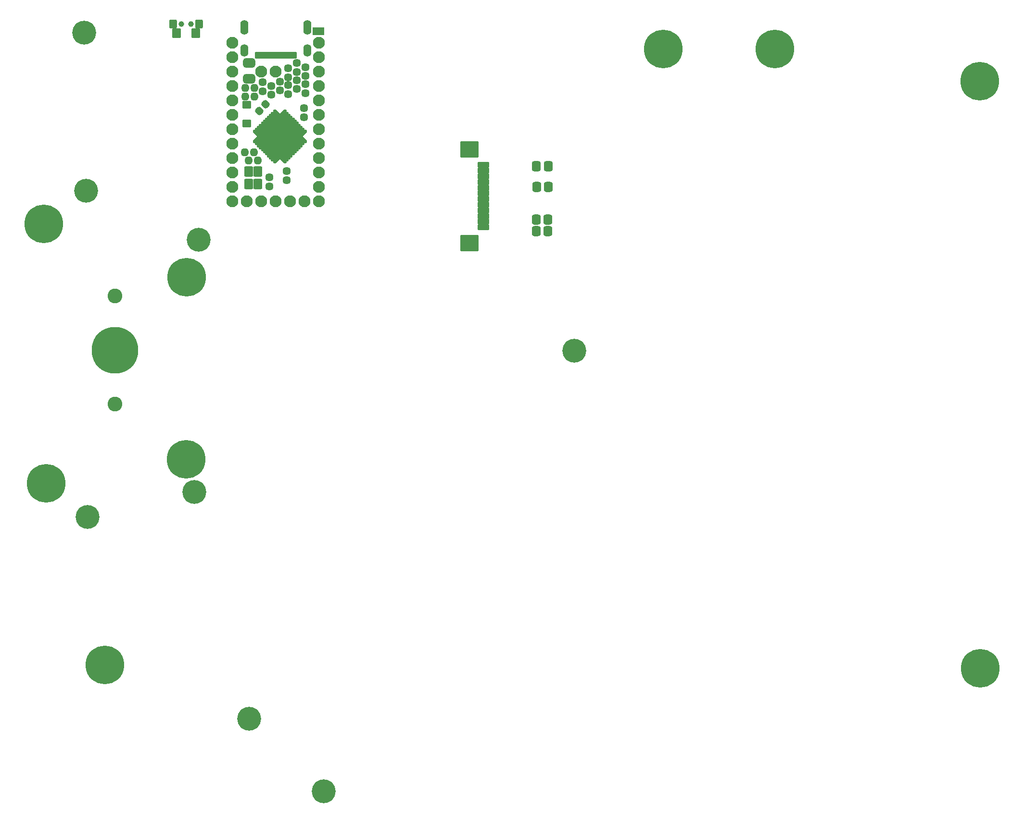
<source format=gts>
G04 #@! TF.GenerationSoftware,KiCad,Pcbnew,(6.0.0)*
G04 #@! TF.CreationDate,2021-12-27T00:15:52+08:00*
G04 #@! TF.ProjectId,Alvaro v2,416c7661-726f-4207-9632-2e6b69636164,rev?*
G04 #@! TF.SameCoordinates,Original*
G04 #@! TF.FileFunction,Soldermask,Top*
G04 #@! TF.FilePolarity,Negative*
%FSLAX46Y46*%
G04 Gerber Fmt 4.6, Leading zero omitted, Abs format (unit mm)*
G04 Created by KiCad (PCBNEW (6.0.0)) date 2021-12-27 00:15:52*
%MOMM*%
%LPD*%
G01*
G04 APERTURE LIST*
G04 Aperture macros list*
%AMRoundRect*
0 Rectangle with rounded corners*
0 $1 Rounding radius*
0 $2 $3 $4 $5 $6 $7 $8 $9 X,Y pos of 4 corners*
0 Add a 4 corners polygon primitive as box body*
4,1,4,$2,$3,$4,$5,$6,$7,$8,$9,$2,$3,0*
0 Add four circle primitives for the rounded corners*
1,1,$1+$1,$2,$3*
1,1,$1+$1,$4,$5*
1,1,$1+$1,$6,$7*
1,1,$1+$1,$8,$9*
0 Add four rect primitives between the rounded corners*
20,1,$1+$1,$2,$3,$4,$5,0*
20,1,$1+$1,$4,$5,$6,$7,0*
20,1,$1+$1,$6,$7,$8,$9,0*
20,1,$1+$1,$8,$9,$2,$3,0*%
%AMHorizOval*
0 Thick line with rounded ends*
0 $1 width*
0 $2 $3 position (X,Y) of the first rounded end (center of the circle)*
0 $4 $5 position (X,Y) of the second rounded end (center of the circle)*
0 Add line between two ends*
20,1,$1,$2,$3,$4,$5,0*
0 Add two circle primitives to create the rounded ends*
1,1,$1,$2,$3*
1,1,$1,$4,$5*%
G04 Aperture macros list end*
%ADD10RoundRect,0.200000X-0.300000X-0.400000X0.300000X-0.400000X0.300000X0.400000X-0.300000X0.400000X0*%
%ADD11RoundRect,0.200000X-0.150000X-0.400000X0.150000X-0.400000X0.150000X0.400000X-0.150000X0.400000X0*%
%ADD12O,1.400000X2.200000*%
%ADD13O,1.400000X2.600000*%
%ADD14C,1.200000*%
%ADD15C,6.800000*%
%ADD16RoundRect,0.418750X-0.218750X-0.256250X0.218750X-0.256250X0.218750X0.256250X-0.218750X0.256250X0*%
%ADD17RoundRect,0.418750X0.256250X-0.218750X0.256250X0.218750X-0.256250X0.218750X-0.256250X-0.218750X0*%
%ADD18RoundRect,0.200000X0.600000X-0.700000X0.600000X0.700000X-0.600000X0.700000X-0.600000X-0.700000X0*%
%ADD19RoundRect,0.200000X0.600000X-0.450000X0.600000X0.450000X-0.600000X0.450000X-0.600000X-0.450000X0*%
%ADD20RoundRect,0.418750X-0.256250X0.218750X-0.256250X-0.218750X0.256250X-0.218750X0.256250X0.218750X0*%
%ADD21C,2.100000*%
%ADD22HorizOval,0.700000X0.282843X-0.282843X-0.282843X0.282843X0*%
%ADD23HorizOval,0.700000X0.282843X0.282843X-0.282843X-0.282843X0*%
%ADD24RoundRect,0.200000X-3.676955X0.000000X0.000000X-3.676955X3.676955X0.000000X0.000000X3.676955X0*%
%ADD25RoundRect,0.418750X0.218750X0.256250X-0.218750X0.256250X-0.218750X-0.256250X0.218750X-0.256250X0*%
%ADD26RoundRect,0.450000X0.625000X-0.375000X0.625000X0.375000X-0.625000X0.375000X-0.625000X-0.375000X0*%
%ADD27RoundRect,0.418750X0.026517X-0.335876X0.335876X-0.026517X-0.026517X0.335876X-0.335876X0.026517X0*%
%ADD28RoundRect,0.200000X-0.350000X-0.500000X0.350000X-0.500000X0.350000X0.500000X-0.350000X0.500000X0*%
%ADD29RoundRect,0.450000X0.337500X0.475000X-0.337500X0.475000X-0.337500X-0.475000X0.337500X-0.475000X0*%
%ADD30RoundRect,0.450000X-0.350000X-0.450000X0.350000X-0.450000X0.350000X0.450000X-0.350000X0.450000X0*%
%ADD31C,4.200000*%
%ADD32RoundRect,0.450000X0.350000X0.450000X-0.350000X0.450000X-0.350000X-0.450000X0.350000X-0.450000X0*%
%ADD33RoundRect,0.200000X-0.450000X-0.600000X0.450000X-0.600000X0.450000X0.600000X-0.450000X0.600000X0*%
%ADD34C,1.000000*%
%ADD35RoundRect,0.200000X-0.575000X-0.650000X0.575000X-0.650000X0.575000X0.650000X-0.575000X0.650000X0*%
%ADD36RoundRect,0.200000X-0.850000X0.300000X-0.850000X-0.300000X0.850000X-0.300000X0.850000X0.300000X0*%
%ADD37RoundRect,0.200000X-1.400000X1.250000X-1.400000X-1.250000X1.400000X-1.250000X1.400000X1.250000X0*%
%ADD38C,2.600000*%
%ADD39C,8.200000*%
G04 APERTURE END LIST*
D10*
X71092000Y-20920000D03*
X77492000Y-20920000D03*
X71892000Y-20920000D03*
X76692000Y-20920000D03*
D11*
X75542000Y-20920000D03*
X74542000Y-20920000D03*
X74042000Y-20920000D03*
X73042000Y-20920000D03*
X72542000Y-20920000D03*
X73542000Y-20920000D03*
X75042000Y-20920000D03*
X76042000Y-20920000D03*
D12*
X79867000Y-20020000D03*
D13*
X68717000Y-16020000D03*
X79867000Y-16020000D03*
D12*
X68717000Y-20020000D03*
D14*
X31731394Y-48923159D03*
X31731394Y-52317271D03*
X31028450Y-50620215D03*
X35828450Y-50620215D03*
X33428450Y-53020215D03*
D15*
X33428450Y-50620215D03*
D14*
X33428450Y-48220215D03*
X35125506Y-52317271D03*
X35125506Y-48923159D03*
D16*
X69504500Y-39470000D03*
X71079500Y-39470000D03*
D17*
X73142000Y-44007500D03*
X73142000Y-42432500D03*
D18*
X71142000Y-43569000D03*
X71142000Y-41369000D03*
X69542000Y-41369000D03*
X69542000Y-43569000D03*
D17*
X71992000Y-27207500D03*
X71992000Y-25632500D03*
X77992000Y-26857500D03*
X77992000Y-25282500D03*
D19*
X69192000Y-32920000D03*
X69192000Y-29620000D03*
D20*
X79492000Y-22982500D03*
X79492000Y-24557500D03*
D21*
X79372000Y-46660000D03*
X76832000Y-46660000D03*
X74292000Y-46660000D03*
X71752000Y-46660000D03*
X69212000Y-46660000D03*
X66672000Y-46660000D03*
X66672000Y-44120000D03*
X66672000Y-41580000D03*
X66672000Y-39040000D03*
X66672000Y-36500000D03*
X66672000Y-33960000D03*
X66672000Y-31420000D03*
X66672000Y-28880000D03*
X66672000Y-26340000D03*
X66672000Y-23800000D03*
X66672000Y-21260000D03*
X66672000Y-18720000D03*
X81912000Y-18720000D03*
X81912000Y-21260000D03*
X81912000Y-23800000D03*
X81912000Y-26340000D03*
X81912000Y-28880000D03*
X81912000Y-31420000D03*
X81912000Y-33960000D03*
X81912000Y-36500000D03*
X81912000Y-39040000D03*
X81912000Y-41580000D03*
X81912000Y-44120000D03*
X81912000Y-46660000D03*
D17*
X76492000Y-24757500D03*
X76492000Y-23182500D03*
D22*
X74390959Y-31083425D03*
X74037406Y-31436979D03*
X73683852Y-31790532D03*
X73330299Y-32144086D03*
X72976746Y-32497639D03*
X72623192Y-32851192D03*
X72269639Y-33204746D03*
X71916086Y-33558299D03*
X71562532Y-33911852D03*
X71208979Y-34265406D03*
X70855425Y-34618959D03*
D23*
X70855425Y-35821041D03*
X71208979Y-36174594D03*
X71562532Y-36528148D03*
X71916086Y-36881701D03*
X72269639Y-37235254D03*
X72623192Y-37588808D03*
X72976746Y-37942361D03*
X73330299Y-38295914D03*
X73683852Y-38649468D03*
X74037406Y-39003021D03*
X74390959Y-39356575D03*
D22*
X75593041Y-39356575D03*
X75946594Y-39003021D03*
X76300148Y-38649468D03*
X76653701Y-38295914D03*
X77007254Y-37942361D03*
X77360808Y-37588808D03*
X77714361Y-37235254D03*
X78067914Y-36881701D03*
X78421468Y-36528148D03*
X78775021Y-36174594D03*
X79128575Y-35821041D03*
D23*
X79128575Y-34618959D03*
X78775021Y-34265406D03*
X78421468Y-33911852D03*
X78067914Y-33558299D03*
X77714361Y-33204746D03*
X77360808Y-32851192D03*
X77007254Y-32497639D03*
X76653701Y-32144086D03*
X76300148Y-31790532D03*
X75946594Y-31436979D03*
X75593041Y-31083425D03*
D21*
X74992000Y-35220000D03*
D24*
X74992000Y-35220000D03*
D25*
X70529500Y-28170000D03*
X68954500Y-28170000D03*
D17*
X79492000Y-27557500D03*
X79492000Y-25982500D03*
D21*
X71752000Y-23800000D03*
X74292000Y-23800000D03*
D20*
X79242000Y-30220000D03*
X79242000Y-31795000D03*
X76217000Y-41332500D03*
X76217000Y-42907500D03*
D17*
X77992000Y-23857500D03*
X77992000Y-22282500D03*
D26*
X69562000Y-25020000D03*
X69562000Y-22220000D03*
D27*
X71385153Y-30676847D03*
X72498847Y-29563153D03*
D25*
X70529500Y-26670000D03*
X68954500Y-26670000D03*
D17*
X76492000Y-27757500D03*
X76492000Y-26182500D03*
D25*
X70429500Y-37970000D03*
X68854500Y-37970000D03*
D17*
X74992000Y-27107500D03*
X74992000Y-25532500D03*
D20*
X73492000Y-26282500D03*
X73492000Y-27857500D03*
D28*
X81292000Y-16670000D03*
X82292000Y-16670000D03*
D29*
X122222500Y-40460000D03*
X120147500Y-40460000D03*
D14*
X60866596Y-92099365D03*
X58466596Y-89699365D03*
X56769540Y-93796421D03*
X60163652Y-90402309D03*
X58466596Y-94499365D03*
D15*
X58466596Y-92099365D03*
D14*
X56066596Y-92099365D03*
X56769540Y-90402309D03*
X60163652Y-93796421D03*
D30*
X120155000Y-51870000D03*
X122155000Y-51870000D03*
D14*
X56921523Y-61741416D03*
X56921523Y-58347304D03*
X60315635Y-58347304D03*
X61018579Y-60044360D03*
X58618579Y-62444360D03*
X56218579Y-60044360D03*
X60315635Y-61741416D03*
D15*
X58618579Y-60044360D03*
D14*
X58618579Y-57644360D03*
D30*
X120215000Y-44080000D03*
X122215000Y-44080000D03*
D31*
X69560000Y-137777500D03*
D32*
X122135000Y-49830000D03*
X120135000Y-49830000D03*
D33*
X60800000Y-15430000D03*
D34*
X57650000Y-15430000D03*
D33*
X56200000Y-15430000D03*
D34*
X59350000Y-15430000D03*
D35*
X56825000Y-16980000D03*
X60175000Y-16980000D03*
D36*
X110795000Y-51230000D03*
X110795000Y-50230000D03*
X110795000Y-49230000D03*
X110795000Y-48230000D03*
X110795000Y-47230000D03*
X110795000Y-46230000D03*
X110795000Y-45230000D03*
X110795000Y-44230000D03*
X110795000Y-43230000D03*
X110795000Y-42230000D03*
X110795000Y-41230000D03*
X110795000Y-40230000D03*
D37*
X108345000Y-53980000D03*
X108345000Y-37480000D03*
D31*
X82740000Y-150637500D03*
D14*
X35595955Y-94657980D03*
X31498899Y-96355036D03*
X32201843Y-98052092D03*
D15*
X33898899Y-96355036D03*
D14*
X33898899Y-98755036D03*
X36298899Y-96355036D03*
X35595955Y-98052092D03*
X32201843Y-94657980D03*
X33898899Y-93955036D03*
X160427944Y-21497056D03*
X164525000Y-19800000D03*
X160427944Y-18102944D03*
X163822056Y-21497056D03*
X162125000Y-17400000D03*
X159725000Y-19800000D03*
X162125000Y-22200000D03*
D15*
X162125000Y-19800000D03*
D14*
X163822056Y-18102944D03*
X41830000Y-128367500D03*
X44230000Y-130767500D03*
X42532944Y-130064556D03*
D15*
X44230000Y-128367500D03*
D14*
X45927056Y-126670444D03*
X42532944Y-126670444D03*
X46630000Y-128367500D03*
X45927056Y-130064556D03*
X44230000Y-125967500D03*
D31*
X60740000Y-53437500D03*
X40550000Y-16937500D03*
D14*
X140757944Y-18102944D03*
X142455000Y-22200000D03*
X142455000Y-17400000D03*
X144152056Y-18102944D03*
D15*
X142455000Y-19800000D03*
D14*
X140757944Y-21497056D03*
X144855000Y-19800000D03*
X144152056Y-21497056D03*
X140055000Y-19800000D03*
X199877056Y-27194556D03*
X200580000Y-25497500D03*
X199877056Y-23800444D03*
X196482944Y-23800444D03*
X195780000Y-25497500D03*
D15*
X198180000Y-25497500D03*
D14*
X198180000Y-23097500D03*
X196482944Y-27194556D03*
X198180000Y-27897500D03*
D38*
X45980000Y-63350000D03*
D39*
X45980000Y-72850000D03*
D38*
X45980000Y-82350000D03*
D31*
X41140000Y-102265000D03*
X40910000Y-44785000D03*
X126840000Y-72947500D03*
X59980000Y-97865000D03*
D14*
X198304500Y-126567500D03*
X200001556Y-130664556D03*
X200001556Y-127270444D03*
X196607444Y-127270444D03*
X195904500Y-128967500D03*
D15*
X198304500Y-128967500D03*
D14*
X198304500Y-131367500D03*
X196607444Y-130664556D03*
X200704500Y-128967500D03*
M02*

</source>
